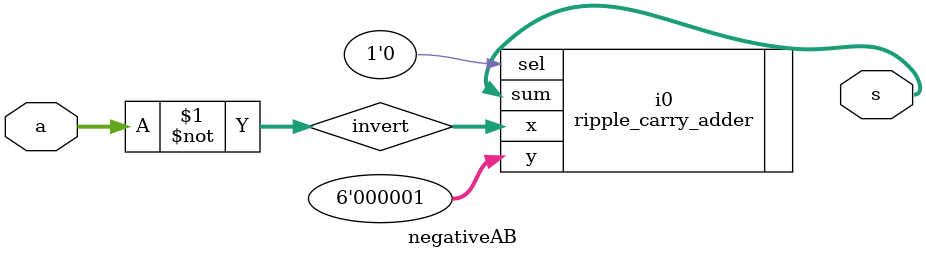
<source format=v>
`timescale 1ns / 1ps


module negativeAB(
        input [5:0] a,
        output [5:0] s
    );
    
    wire [5:0] invert; 
  
    assign invert = ~a; //inverting all bits of input 
    ripple_carry_adder i0(.x(invert), .y(6'b00_0001), .sel(1'b0), .sum(s)); //adding 1 to inverted number using ripple carry adder
    
    endmodule
    
</source>
